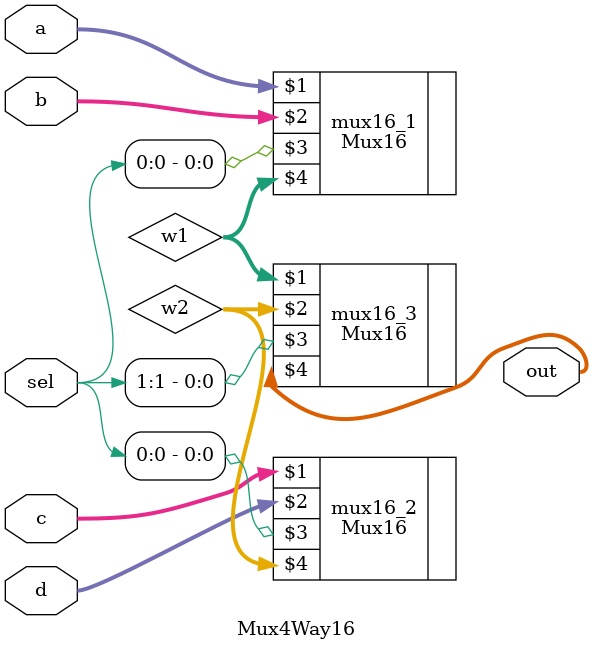
<source format=v>
`include "src/mux16.v"

module Mux4Way16 (
  input[15:0] a,
  input[15:0] b,
  input[15:0] c,
  input[15:0] d,
  input [1:0] sel,
  output[15:0] out
);

  wire[15:0] w1;
  wire[15:0] w2;

  Mux16 mux16_1(a, b, sel[0], w1);
  Mux16 mux16_2(c, d, sel[0], w2);

  Mux16 mux16_3(w1, w2, sel[1], out);

endmodule

</source>
